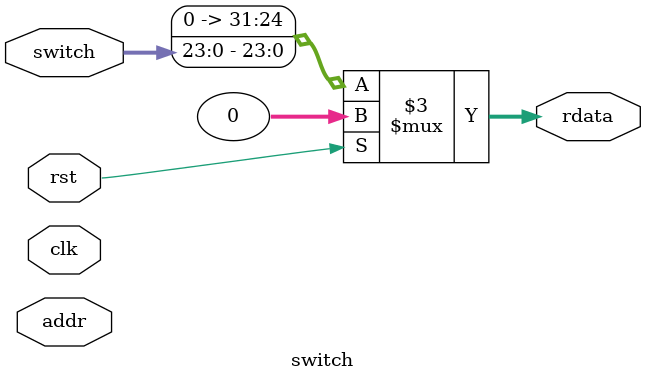
<source format=v>
module switch(
    input  wire         rst,
    input  wire         clk,
    input  wire [11:0]  addr,
    input  wire [23:0]  switch,
    output reg  [31:0]  rdata
);
    always @(*) begin
        if(rst) begin
            rdata = 32'd0;
        end else begin
            rdata = {8'd0, switch};
        end
    end

endmodule
</source>
